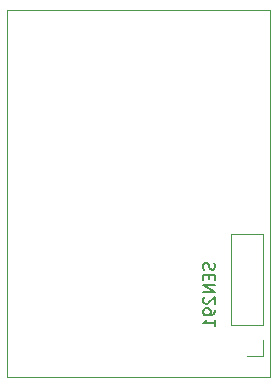
<source format=gbr>
%TF.GenerationSoftware,KiCad,Pcbnew,7.0.10*%
%TF.CreationDate,2024-03-10T23:32:19-04:00*%
%TF.ProjectId,MainPCB,4d61696e-5043-4422-9e6b-696361645f70,rev?*%
%TF.SameCoordinates,Original*%
%TF.FileFunction,Legend,Bot*%
%TF.FilePolarity,Positive*%
%FSLAX46Y46*%
G04 Gerber Fmt 4.6, Leading zero omitted, Abs format (unit mm)*
G04 Created by KiCad (PCBNEW 7.0.10) date 2024-03-10 23:32:19*
%MOMM*%
%LPD*%
G01*
G04 APERTURE LIST*
%ADD10C,0.150000*%
%ADD11C,0.120000*%
%ADD12C,0.100000*%
G04 APERTURE END LIST*
D10*
X92164700Y-67350024D02*
X92212319Y-67492881D01*
X92212319Y-67492881D02*
X92212319Y-67730976D01*
X92212319Y-67730976D02*
X92164700Y-67826214D01*
X92164700Y-67826214D02*
X92117080Y-67873833D01*
X92117080Y-67873833D02*
X92021842Y-67921452D01*
X92021842Y-67921452D02*
X91926604Y-67921452D01*
X91926604Y-67921452D02*
X91831366Y-67873833D01*
X91831366Y-67873833D02*
X91783747Y-67826214D01*
X91783747Y-67826214D02*
X91736128Y-67730976D01*
X91736128Y-67730976D02*
X91688509Y-67540500D01*
X91688509Y-67540500D02*
X91640890Y-67445262D01*
X91640890Y-67445262D02*
X91593271Y-67397643D01*
X91593271Y-67397643D02*
X91498033Y-67350024D01*
X91498033Y-67350024D02*
X91402795Y-67350024D01*
X91402795Y-67350024D02*
X91307557Y-67397643D01*
X91307557Y-67397643D02*
X91259938Y-67445262D01*
X91259938Y-67445262D02*
X91212319Y-67540500D01*
X91212319Y-67540500D02*
X91212319Y-67778595D01*
X91212319Y-67778595D02*
X91259938Y-67921452D01*
X91688509Y-68350024D02*
X91688509Y-68683357D01*
X92212319Y-68826214D02*
X92212319Y-68350024D01*
X92212319Y-68350024D02*
X91212319Y-68350024D01*
X91212319Y-68350024D02*
X91212319Y-68826214D01*
X92212319Y-69254786D02*
X91212319Y-69254786D01*
X91212319Y-69254786D02*
X92212319Y-69826214D01*
X92212319Y-69826214D02*
X91212319Y-69826214D01*
X91307557Y-70254786D02*
X91259938Y-70302405D01*
X91259938Y-70302405D02*
X91212319Y-70397643D01*
X91212319Y-70397643D02*
X91212319Y-70635738D01*
X91212319Y-70635738D02*
X91259938Y-70730976D01*
X91259938Y-70730976D02*
X91307557Y-70778595D01*
X91307557Y-70778595D02*
X91402795Y-70826214D01*
X91402795Y-70826214D02*
X91498033Y-70826214D01*
X91498033Y-70826214D02*
X91640890Y-70778595D01*
X91640890Y-70778595D02*
X92212319Y-70207167D01*
X92212319Y-70207167D02*
X92212319Y-70826214D01*
X92212319Y-71302405D02*
X92212319Y-71492881D01*
X92212319Y-71492881D02*
X92164700Y-71588119D01*
X92164700Y-71588119D02*
X92117080Y-71635738D01*
X92117080Y-71635738D02*
X91974223Y-71730976D01*
X91974223Y-71730976D02*
X91783747Y-71778595D01*
X91783747Y-71778595D02*
X91402795Y-71778595D01*
X91402795Y-71778595D02*
X91307557Y-71730976D01*
X91307557Y-71730976D02*
X91259938Y-71683357D01*
X91259938Y-71683357D02*
X91212319Y-71588119D01*
X91212319Y-71588119D02*
X91212319Y-71397643D01*
X91212319Y-71397643D02*
X91259938Y-71302405D01*
X91259938Y-71302405D02*
X91307557Y-71254786D01*
X91307557Y-71254786D02*
X91402795Y-71207167D01*
X91402795Y-71207167D02*
X91640890Y-71207167D01*
X91640890Y-71207167D02*
X91736128Y-71254786D01*
X91736128Y-71254786D02*
X91783747Y-71302405D01*
X91783747Y-71302405D02*
X91831366Y-71397643D01*
X91831366Y-71397643D02*
X91831366Y-71588119D01*
X91831366Y-71588119D02*
X91783747Y-71683357D01*
X91783747Y-71683357D02*
X91736128Y-71730976D01*
X91736128Y-71730976D02*
X91640890Y-71778595D01*
X92212319Y-72730976D02*
X92212319Y-72159548D01*
X92212319Y-72445262D02*
X91212319Y-72445262D01*
X91212319Y-72445262D02*
X91355176Y-72350024D01*
X91355176Y-72350024D02*
X91450414Y-72254786D01*
X91450414Y-72254786D02*
X91498033Y-72159548D01*
D11*
%TO.C,SEN291*%
X96262500Y-75210500D02*
X96262500Y-73880500D01*
X96262500Y-72610500D02*
X96262500Y-64930500D01*
X94932500Y-75210500D02*
X96262500Y-75210500D01*
X93602500Y-72610500D02*
X96262500Y-72610500D01*
X93602500Y-72610500D02*
X93602500Y-64930500D01*
X93602500Y-64930500D02*
X96262500Y-64930500D01*
D12*
X96837500Y-77025500D02*
X74612500Y-77025500D01*
X74612500Y-77025500D02*
X74612500Y-45910500D01*
X74612500Y-45910500D02*
X96837500Y-45910500D01*
X96837500Y-45910500D02*
X96837500Y-77025500D01*
%TD*%
M02*

</source>
